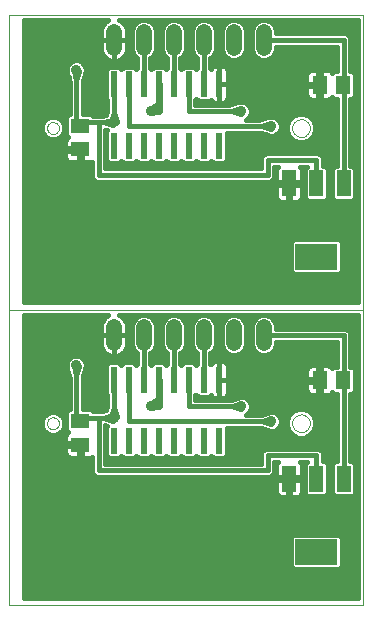
<source format=gbl>
G75*
G70*
%OFA0B0*%
%FSLAX24Y24*%
%IPPOS*%
%LPD*%
%AMOC8*
5,1,8,0,0,1.08239X$1,22.5*
%
%ADD10C,0.0000*%
%ADD11R,0.0480X0.0880*%
%ADD12R,0.1417X0.0866*%
%ADD13R,0.0236X0.0866*%
%ADD14C,0.0520*%
%ADD15R,0.0512X0.0630*%
%ADD16R,0.0630X0.0512*%
%ADD17C,0.0160*%
%ADD18C,0.0356*%
%ADD19C,0.0240*%
D10*
X000100Y007391D02*
X000100Y017233D01*
X000100Y027076D01*
X011911Y027076D01*
X011911Y017233D01*
X000100Y017233D01*
X011911Y017233D01*
X011911Y007391D01*
X000100Y007391D01*
X001375Y013456D02*
X001377Y013483D01*
X001383Y013510D01*
X001392Y013536D01*
X001405Y013560D01*
X001421Y013583D01*
X001440Y013602D01*
X001462Y013619D01*
X001486Y013633D01*
X001511Y013643D01*
X001538Y013650D01*
X001565Y013653D01*
X001593Y013652D01*
X001620Y013647D01*
X001646Y013639D01*
X001670Y013627D01*
X001693Y013611D01*
X001714Y013593D01*
X001731Y013572D01*
X001746Y013548D01*
X001757Y013523D01*
X001765Y013497D01*
X001769Y013470D01*
X001769Y013442D01*
X001765Y013415D01*
X001757Y013389D01*
X001746Y013364D01*
X001731Y013340D01*
X001714Y013319D01*
X001693Y013301D01*
X001671Y013285D01*
X001646Y013273D01*
X001620Y013265D01*
X001593Y013260D01*
X001565Y013259D01*
X001538Y013262D01*
X001511Y013269D01*
X001486Y013279D01*
X001462Y013293D01*
X001440Y013310D01*
X001421Y013329D01*
X001405Y013352D01*
X001392Y013376D01*
X001383Y013402D01*
X001377Y013429D01*
X001375Y013456D01*
X001375Y023298D02*
X001377Y023325D01*
X001383Y023352D01*
X001392Y023378D01*
X001405Y023402D01*
X001421Y023425D01*
X001440Y023444D01*
X001462Y023461D01*
X001486Y023475D01*
X001511Y023485D01*
X001538Y023492D01*
X001565Y023495D01*
X001593Y023494D01*
X001620Y023489D01*
X001646Y023481D01*
X001670Y023469D01*
X001693Y023453D01*
X001714Y023435D01*
X001731Y023414D01*
X001746Y023390D01*
X001757Y023365D01*
X001765Y023339D01*
X001769Y023312D01*
X001769Y023284D01*
X001765Y023257D01*
X001757Y023231D01*
X001746Y023206D01*
X001731Y023182D01*
X001714Y023161D01*
X001693Y023143D01*
X001671Y023127D01*
X001646Y023115D01*
X001620Y023107D01*
X001593Y023102D01*
X001565Y023101D01*
X001538Y023104D01*
X001511Y023111D01*
X001486Y023121D01*
X001462Y023135D01*
X001440Y023152D01*
X001421Y023171D01*
X001405Y023194D01*
X001392Y023218D01*
X001383Y023244D01*
X001377Y023271D01*
X001375Y023298D01*
X009545Y023298D02*
X009547Y023332D01*
X009553Y023366D01*
X009563Y023399D01*
X009576Y023430D01*
X009594Y023460D01*
X009614Y023488D01*
X009638Y023513D01*
X009664Y023535D01*
X009692Y023553D01*
X009723Y023569D01*
X009755Y023581D01*
X009789Y023589D01*
X009823Y023593D01*
X009857Y023593D01*
X009891Y023589D01*
X009925Y023581D01*
X009957Y023569D01*
X009987Y023553D01*
X010016Y023535D01*
X010042Y023513D01*
X010066Y023488D01*
X010086Y023460D01*
X010104Y023430D01*
X010117Y023399D01*
X010127Y023366D01*
X010133Y023332D01*
X010135Y023298D01*
X010133Y023264D01*
X010127Y023230D01*
X010117Y023197D01*
X010104Y023166D01*
X010086Y023136D01*
X010066Y023108D01*
X010042Y023083D01*
X010016Y023061D01*
X009988Y023043D01*
X009957Y023027D01*
X009925Y023015D01*
X009891Y023007D01*
X009857Y023003D01*
X009823Y023003D01*
X009789Y023007D01*
X009755Y023015D01*
X009723Y023027D01*
X009692Y023043D01*
X009664Y023061D01*
X009638Y023083D01*
X009614Y023108D01*
X009594Y023136D01*
X009576Y023166D01*
X009563Y023197D01*
X009553Y023230D01*
X009547Y023264D01*
X009545Y023298D01*
X009545Y013456D02*
X009547Y013490D01*
X009553Y013524D01*
X009563Y013557D01*
X009576Y013588D01*
X009594Y013618D01*
X009614Y013646D01*
X009638Y013671D01*
X009664Y013693D01*
X009692Y013711D01*
X009723Y013727D01*
X009755Y013739D01*
X009789Y013747D01*
X009823Y013751D01*
X009857Y013751D01*
X009891Y013747D01*
X009925Y013739D01*
X009957Y013727D01*
X009987Y013711D01*
X010016Y013693D01*
X010042Y013671D01*
X010066Y013646D01*
X010086Y013618D01*
X010104Y013588D01*
X010117Y013557D01*
X010127Y013524D01*
X010133Y013490D01*
X010135Y013456D01*
X010133Y013422D01*
X010127Y013388D01*
X010117Y013355D01*
X010104Y013324D01*
X010086Y013294D01*
X010066Y013266D01*
X010042Y013241D01*
X010016Y013219D01*
X009988Y013201D01*
X009957Y013185D01*
X009925Y013173D01*
X009891Y013165D01*
X009857Y013161D01*
X009823Y013161D01*
X009789Y013165D01*
X009755Y013173D01*
X009723Y013185D01*
X009692Y013201D01*
X009664Y013219D01*
X009638Y013241D01*
X009614Y013266D01*
X009594Y013294D01*
X009576Y013324D01*
X009563Y013355D01*
X009553Y013388D01*
X009547Y013422D01*
X009545Y013456D01*
D11*
X009440Y011611D03*
X010350Y011611D03*
X011260Y011611D03*
X011260Y021453D03*
X010350Y021453D03*
X009440Y021453D03*
D12*
X010350Y019013D03*
X010350Y009171D03*
D13*
X007100Y012867D03*
X006600Y012867D03*
X006100Y012867D03*
X005600Y012867D03*
X005100Y012867D03*
X004600Y012867D03*
X004100Y012867D03*
X003600Y012867D03*
X003600Y014914D03*
X004100Y014914D03*
X004600Y014914D03*
X005100Y014914D03*
X005600Y014914D03*
X006100Y014914D03*
X006600Y014914D03*
X007100Y014914D03*
X007100Y022710D03*
X006600Y022710D03*
X006100Y022710D03*
X005600Y022710D03*
X005100Y022710D03*
X004600Y022710D03*
X004100Y022710D03*
X003600Y022710D03*
X003600Y024757D03*
X004100Y024757D03*
X004600Y024757D03*
X005100Y024757D03*
X005600Y024757D03*
X006100Y024757D03*
X006600Y024757D03*
X007100Y024757D03*
D14*
X007600Y025973D02*
X007600Y026493D01*
X008600Y026493D02*
X008600Y025973D01*
X006600Y025973D02*
X006600Y026493D01*
X005600Y026493D02*
X005600Y025973D01*
X004600Y025973D02*
X004600Y026493D01*
X003600Y026493D02*
X003600Y025973D01*
X003600Y016651D02*
X003600Y016131D01*
X004600Y016131D02*
X004600Y016651D01*
X005600Y016651D02*
X005600Y016131D01*
X006600Y016131D02*
X006600Y016651D01*
X007600Y016651D02*
X007600Y016131D01*
X008600Y016131D02*
X008600Y016651D01*
D15*
X010456Y014891D03*
X011244Y014891D03*
X011244Y024733D03*
X010456Y024733D03*
D16*
X002475Y023377D03*
X002475Y022590D03*
X002475Y013534D03*
X002475Y012747D03*
D17*
X002427Y012780D02*
X000600Y012780D01*
X000600Y012938D02*
X001980Y012938D01*
X001980Y013027D02*
X001980Y012795D01*
X002427Y012795D01*
X002427Y012699D01*
X002523Y012699D01*
X002523Y012311D01*
X002814Y012311D01*
X002859Y012323D01*
X002880Y012335D01*
X002880Y011800D01*
X003009Y011671D01*
X008816Y011671D01*
X008945Y011800D01*
X008945Y012171D01*
X009065Y012171D01*
X009056Y012161D01*
X009032Y012120D01*
X009020Y012074D01*
X009020Y011651D01*
X009400Y011651D01*
X009400Y011571D01*
X009020Y011571D01*
X009020Y011147D01*
X009032Y011101D01*
X009056Y011060D01*
X009089Y011027D01*
X009131Y011003D01*
X009176Y010991D01*
X009400Y010991D01*
X009400Y011571D01*
X009480Y011571D01*
X009480Y011651D01*
X009860Y011651D01*
X009860Y012074D01*
X009848Y012120D01*
X009824Y012161D01*
X009815Y012171D01*
X010032Y012171D01*
X009970Y012109D01*
X009970Y011113D01*
X010052Y011031D01*
X010648Y011031D01*
X010730Y011113D01*
X010730Y012109D01*
X010648Y012191D01*
X010570Y012191D01*
X010570Y012482D01*
X010441Y012611D01*
X008634Y012611D01*
X008505Y012482D01*
X008505Y012111D01*
X003320Y012111D01*
X003320Y013390D01*
X003362Y013378D01*
X003342Y013358D01*
X003342Y012376D01*
X003424Y012294D01*
X003776Y012294D01*
X003850Y012368D01*
X003924Y012294D01*
X004276Y012294D01*
X004350Y012368D01*
X004424Y012294D01*
X004776Y012294D01*
X004850Y012368D01*
X004924Y012294D01*
X005276Y012294D01*
X005350Y012368D01*
X005424Y012294D01*
X005776Y012294D01*
X005850Y012368D01*
X005924Y012294D01*
X006276Y012294D01*
X006350Y012368D01*
X006424Y012294D01*
X006776Y012294D01*
X006850Y012368D01*
X006924Y012294D01*
X007276Y012294D01*
X007358Y012376D01*
X007358Y013296D01*
X008439Y013296D01*
X008469Y013279D01*
X008496Y013287D01*
X008740Y013216D01*
X008745Y013215D01*
X008787Y013198D01*
X008805Y013198D01*
X008849Y013185D01*
X008849Y013185D01*
X008849Y013185D01*
X008873Y013198D01*
X008913Y013198D01*
X009030Y013246D01*
X009120Y013336D01*
X009168Y013452D01*
X009168Y013579D01*
X009120Y013696D01*
X009030Y013785D01*
X008913Y013834D01*
X008873Y013834D01*
X008849Y013847D01*
X008805Y013834D01*
X008787Y013834D01*
X008745Y013816D01*
X008730Y013812D01*
X008496Y013745D01*
X008469Y013752D01*
X008439Y013736D01*
X008005Y013736D01*
X008030Y013746D01*
X008120Y013836D01*
X008168Y013952D01*
X008168Y014079D01*
X008120Y014196D01*
X008030Y014285D01*
X007913Y014334D01*
X007873Y014334D01*
X007849Y014347D01*
X007805Y014334D01*
X007787Y014334D01*
X007745Y014316D01*
X007730Y014312D01*
X007496Y014245D01*
X007469Y014252D01*
X007439Y014236D01*
X006320Y014236D01*
X006320Y014385D01*
X006350Y014415D01*
X006424Y014341D01*
X006776Y014341D01*
X006826Y014391D01*
X006838Y014371D01*
X006871Y014337D01*
X006912Y014314D01*
X006958Y014301D01*
X007100Y014301D01*
X007242Y014301D01*
X007288Y014314D01*
X007329Y014337D01*
X007362Y014371D01*
X007386Y014412D01*
X007398Y014458D01*
X007398Y014914D01*
X007100Y014914D01*
X007100Y014301D01*
X007100Y014914D01*
X007100Y014914D01*
X007100Y014914D01*
X007398Y014914D01*
X007398Y015371D01*
X007386Y015417D01*
X007362Y015458D01*
X007329Y015491D01*
X007288Y015515D01*
X007242Y015527D01*
X007100Y015527D01*
X006958Y015527D01*
X006912Y015515D01*
X006871Y015491D01*
X006838Y015458D01*
X006826Y015438D01*
X006820Y015444D01*
X006820Y015789D01*
X006827Y015792D01*
X006939Y015904D01*
X007000Y016051D01*
X007000Y016730D01*
X006939Y016877D01*
X006827Y016990D01*
X006680Y017051D01*
X006520Y017051D01*
X006373Y016990D01*
X006261Y016877D01*
X006200Y016730D01*
X006200Y016051D01*
X006261Y015904D01*
X006373Y015792D01*
X006380Y015789D01*
X006380Y015444D01*
X006350Y015414D01*
X006276Y015487D01*
X005924Y015487D01*
X005850Y015414D01*
X005820Y015444D01*
X005820Y015789D01*
X005827Y015792D01*
X005939Y015904D01*
X006000Y016051D01*
X006000Y016730D01*
X005939Y016877D01*
X005827Y016990D01*
X005680Y017051D01*
X005520Y017051D01*
X005373Y016990D01*
X005261Y016877D01*
X005200Y016730D01*
X005200Y016051D01*
X005261Y015904D01*
X005373Y015792D01*
X005380Y015789D01*
X005380Y015444D01*
X005350Y015414D01*
X005276Y015487D01*
X004924Y015487D01*
X004850Y015414D01*
X004820Y015444D01*
X004820Y015789D01*
X004827Y015792D01*
X004939Y015904D01*
X005000Y016051D01*
X005000Y016730D01*
X004939Y016877D01*
X004827Y016990D01*
X004680Y017051D01*
X004520Y017051D01*
X004373Y016990D01*
X004261Y016877D01*
X004200Y016730D01*
X004200Y016051D01*
X004261Y015904D01*
X004373Y015792D01*
X004380Y015789D01*
X004380Y015444D01*
X004350Y015414D01*
X004276Y015487D01*
X003924Y015487D01*
X003850Y015414D01*
X003776Y015487D01*
X003424Y015487D01*
X003342Y015405D01*
X003342Y014423D01*
X003380Y014385D01*
X003380Y014052D01*
X003363Y014022D01*
X003371Y013995D01*
X003343Y013898D01*
X003246Y013870D01*
X003219Y013877D01*
X003189Y013861D01*
X002918Y013861D01*
X002848Y013930D01*
X002570Y013930D01*
X002570Y014980D01*
X002587Y015010D01*
X002579Y015036D01*
X002646Y015270D01*
X002651Y015286D01*
X002668Y015327D01*
X002668Y015346D01*
X002681Y015390D01*
X002681Y015390D01*
X002681Y015390D01*
X002668Y015413D01*
X002668Y015454D01*
X002620Y015571D01*
X002530Y015660D01*
X002413Y015709D01*
X002287Y015709D01*
X002170Y015660D01*
X002080Y015571D01*
X002032Y015454D01*
X002032Y015413D01*
X002019Y015390D01*
X002032Y015346D01*
X002032Y015327D01*
X002049Y015286D01*
X002051Y015281D01*
X002121Y015036D01*
X002113Y015010D01*
X002130Y014980D01*
X002130Y013930D01*
X002102Y013930D01*
X002020Y013848D01*
X002020Y013221D01*
X002077Y013163D01*
X002050Y013147D01*
X002016Y013113D01*
X001992Y013072D01*
X001980Y013027D01*
X002006Y013097D02*
X001691Y013097D01*
X001647Y013079D02*
X001786Y013136D01*
X001892Y013242D01*
X001949Y013381D01*
X001949Y013531D01*
X001892Y013669D01*
X001786Y013775D01*
X001647Y013833D01*
X001497Y013833D01*
X001359Y013775D01*
X001253Y013669D01*
X001196Y013531D01*
X001196Y013381D01*
X001253Y013242D01*
X001359Y013136D01*
X001497Y013079D01*
X001647Y013079D01*
X001454Y013097D02*
X000600Y013097D01*
X000600Y013255D02*
X001248Y013255D01*
X001196Y013414D02*
X000600Y013414D01*
X000600Y013572D02*
X001213Y013572D01*
X001315Y013731D02*
X000600Y013731D01*
X000600Y013889D02*
X002061Y013889D01*
X002020Y013731D02*
X001830Y013731D01*
X001932Y013572D02*
X002020Y013572D01*
X002020Y013414D02*
X001949Y013414D01*
X001897Y013255D02*
X002020Y013255D01*
X001980Y012699D02*
X001980Y012467D01*
X001992Y012422D01*
X002016Y012381D01*
X002050Y012347D01*
X002091Y012323D01*
X002136Y012311D01*
X002427Y012311D01*
X002427Y012699D01*
X001980Y012699D01*
X001980Y012621D02*
X000600Y012621D01*
X000600Y012463D02*
X001981Y012463D01*
X002427Y012463D02*
X002523Y012463D01*
X002523Y012621D02*
X002427Y012621D01*
X002880Y012304D02*
X000600Y012304D01*
X000600Y012146D02*
X002880Y012146D01*
X002880Y011987D02*
X000600Y011987D01*
X000600Y011829D02*
X002880Y011829D01*
X003100Y011891D02*
X008725Y011891D01*
X008725Y012391D01*
X010350Y012391D01*
X010350Y011611D01*
X010693Y012146D02*
X010917Y012146D01*
X010880Y012109D02*
X010880Y011113D01*
X010962Y011031D01*
X011558Y011031D01*
X011640Y011113D01*
X011640Y012109D01*
X011558Y012191D01*
X011480Y012191D01*
X011480Y014436D01*
X011558Y014436D01*
X011640Y014518D01*
X011640Y015264D01*
X011558Y015346D01*
X011480Y015346D01*
X011480Y016482D01*
X011351Y016611D01*
X009000Y016611D01*
X009000Y016730D01*
X008939Y016877D01*
X008827Y016990D01*
X008680Y017051D01*
X008520Y017051D01*
X008373Y016990D01*
X008261Y016877D01*
X008200Y016730D01*
X008200Y016051D01*
X008261Y015904D01*
X008373Y015792D01*
X008520Y015731D01*
X008680Y015731D01*
X008827Y015792D01*
X008939Y015904D01*
X009000Y016051D01*
X009000Y016171D01*
X011040Y016171D01*
X011040Y015346D01*
X010930Y015346D01*
X010872Y015288D01*
X010856Y015316D01*
X010823Y015350D01*
X010782Y015373D01*
X010736Y015386D01*
X010504Y015386D01*
X010504Y014939D01*
X010408Y014939D01*
X010408Y014843D01*
X010020Y014843D01*
X010020Y014552D01*
X010033Y014506D01*
X010056Y014465D01*
X010090Y014432D01*
X010131Y014408D01*
X010177Y014396D01*
X010408Y014396D01*
X010408Y014843D01*
X010504Y014843D01*
X010504Y014396D01*
X010736Y014396D01*
X010782Y014408D01*
X010823Y014432D01*
X010856Y014465D01*
X010872Y014493D01*
X010930Y014436D01*
X011040Y014436D01*
X011040Y012191D01*
X010962Y012191D01*
X010880Y012109D01*
X010880Y011987D02*
X010730Y011987D01*
X010730Y011829D02*
X010880Y011829D01*
X010880Y011670D02*
X010730Y011670D01*
X010730Y011512D02*
X010880Y011512D01*
X010880Y011353D02*
X010730Y011353D01*
X010730Y011195D02*
X010880Y011195D01*
X010957Y011036D02*
X010653Y011036D01*
X011117Y009744D02*
X009583Y009744D01*
X009501Y009662D01*
X009501Y008680D01*
X009583Y008598D01*
X011117Y008598D01*
X011199Y008680D01*
X011199Y009662D01*
X011117Y009744D01*
X011199Y009610D02*
X011731Y009610D01*
X011731Y009768D02*
X000600Y009768D01*
X000600Y009610D02*
X009501Y009610D01*
X009501Y009451D02*
X000600Y009451D01*
X000600Y009293D02*
X009501Y009293D01*
X009501Y009134D02*
X000600Y009134D01*
X000600Y008976D02*
X009501Y008976D01*
X009501Y008817D02*
X000600Y008817D01*
X000600Y008659D02*
X009522Y008659D01*
X009480Y010991D02*
X009704Y010991D01*
X009749Y011003D01*
X009791Y011027D01*
X009824Y011060D01*
X009848Y011101D01*
X009860Y011147D01*
X009860Y011571D01*
X009480Y011571D01*
X009480Y010991D01*
X009480Y011036D02*
X009400Y011036D01*
X009400Y011195D02*
X009480Y011195D01*
X009480Y011353D02*
X009400Y011353D01*
X009400Y011512D02*
X009480Y011512D01*
X009860Y011512D02*
X009970Y011512D01*
X009970Y011670D02*
X009860Y011670D01*
X009860Y011829D02*
X009970Y011829D01*
X009970Y011987D02*
X009860Y011987D01*
X009833Y012146D02*
X010007Y012146D01*
X009970Y011353D02*
X009860Y011353D01*
X009860Y011195D02*
X009970Y011195D01*
X010047Y011036D02*
X009800Y011036D01*
X009080Y011036D02*
X000600Y011036D01*
X000600Y010878D02*
X011731Y010878D01*
X011731Y011036D02*
X011563Y011036D01*
X011640Y011195D02*
X011731Y011195D01*
X011731Y011353D02*
X011640Y011353D01*
X011640Y011512D02*
X011731Y011512D01*
X011731Y011670D02*
X011640Y011670D01*
X011640Y011829D02*
X011731Y011829D01*
X011731Y011987D02*
X011640Y011987D01*
X011603Y012146D02*
X011731Y012146D01*
X011731Y012304D02*
X011480Y012304D01*
X011480Y012463D02*
X011731Y012463D01*
X011731Y012621D02*
X011480Y012621D01*
X011480Y012780D02*
X011731Y012780D01*
X011731Y012938D02*
X011480Y012938D01*
X011480Y013097D02*
X011731Y013097D01*
X011731Y013255D02*
X011480Y013255D01*
X011480Y013414D02*
X011731Y013414D01*
X011731Y013572D02*
X011480Y013572D01*
X011480Y013731D02*
X011731Y013731D01*
X011731Y013889D02*
X011480Y013889D01*
X011480Y014048D02*
X011731Y014048D01*
X011731Y014206D02*
X011480Y014206D01*
X011480Y014365D02*
X011731Y014365D01*
X011731Y014523D02*
X011640Y014523D01*
X011640Y014682D02*
X011731Y014682D01*
X011731Y014840D02*
X011640Y014840D01*
X011640Y014999D02*
X011731Y014999D01*
X011731Y015157D02*
X011640Y015157D01*
X011588Y015316D02*
X011731Y015316D01*
X011731Y015474D02*
X011480Y015474D01*
X011480Y015633D02*
X011731Y015633D01*
X011731Y015791D02*
X011480Y015791D01*
X011480Y015950D02*
X011731Y015950D01*
X011731Y016108D02*
X011480Y016108D01*
X011480Y016267D02*
X011731Y016267D01*
X011731Y016425D02*
X011480Y016425D01*
X011378Y016584D02*
X011731Y016584D01*
X011731Y016742D02*
X008995Y016742D01*
X008916Y016901D02*
X011731Y016901D01*
X011731Y017053D02*
X011731Y007641D01*
X000600Y007641D01*
X000600Y017053D01*
X003421Y017053D01*
X003369Y017027D01*
X003313Y016986D01*
X003264Y016937D01*
X003224Y016881D01*
X003192Y016820D01*
X003171Y016754D01*
X003160Y016685D01*
X003160Y016391D01*
X003600Y016391D01*
X003600Y016391D01*
X004040Y016391D01*
X004040Y016685D01*
X004029Y016754D01*
X004008Y016820D01*
X003976Y016881D01*
X003936Y016937D01*
X003887Y016986D01*
X003831Y017027D01*
X003779Y017053D01*
X011731Y017053D01*
X011731Y017483D02*
X000600Y017483D01*
X000600Y026896D01*
X003421Y026896D01*
X003369Y026870D01*
X003313Y026829D01*
X003264Y026780D01*
X003224Y026724D01*
X003192Y026662D01*
X003171Y026596D01*
X003160Y026528D01*
X003160Y026233D01*
X003160Y025939D01*
X003171Y025870D01*
X003192Y025804D01*
X003224Y025743D01*
X003264Y025687D01*
X003313Y025638D01*
X003369Y025597D01*
X003431Y025566D01*
X003497Y025544D01*
X003565Y025533D01*
X003600Y025533D01*
X003635Y025533D01*
X003703Y025544D01*
X003769Y025566D01*
X003831Y025597D01*
X003887Y025638D01*
X003936Y025687D01*
X003976Y025743D01*
X004008Y025804D01*
X004029Y025870D01*
X004040Y025939D01*
X004040Y026233D01*
X003600Y026233D01*
X003600Y025533D01*
X003600Y026233D01*
X003600Y026233D01*
X003160Y026233D01*
X003600Y026233D01*
X003600Y026233D01*
X003600Y026233D01*
X004040Y026233D01*
X004040Y026528D01*
X004029Y026596D01*
X004008Y026662D01*
X003976Y026724D01*
X003936Y026780D01*
X003887Y026829D01*
X003831Y026870D01*
X003779Y026896D01*
X011731Y026896D01*
X011731Y017483D01*
X011731Y017535D02*
X000600Y017535D01*
X000600Y017693D02*
X011731Y017693D01*
X011731Y017852D02*
X000600Y017852D01*
X000600Y018010D02*
X011731Y018010D01*
X011731Y018169D02*
X000600Y018169D01*
X000600Y018327D02*
X011731Y018327D01*
X011731Y018486D02*
X011162Y018486D01*
X011199Y018522D02*
X011117Y018440D01*
X009583Y018440D01*
X009501Y018522D01*
X009501Y019504D01*
X009583Y019586D01*
X011117Y019586D01*
X011199Y019504D01*
X011199Y018522D01*
X011199Y018644D02*
X011731Y018644D01*
X011731Y018803D02*
X011199Y018803D01*
X011199Y018961D02*
X011731Y018961D01*
X011731Y019120D02*
X011199Y019120D01*
X011199Y019278D02*
X011731Y019278D01*
X011731Y019437D02*
X011199Y019437D01*
X011731Y019595D02*
X000600Y019595D01*
X000600Y019437D02*
X009501Y019437D01*
X009501Y019278D02*
X000600Y019278D01*
X000600Y019120D02*
X009501Y019120D01*
X009501Y018961D02*
X000600Y018961D01*
X000600Y018803D02*
X009501Y018803D01*
X009501Y018644D02*
X000600Y018644D01*
X000600Y018486D02*
X009538Y018486D01*
X008600Y016391D02*
X011260Y016391D01*
X011260Y015016D01*
X011260Y014891D01*
X011244Y014891D01*
X011260Y014891D02*
X011260Y011611D01*
X011040Y012304D02*
X010570Y012304D01*
X010570Y012463D02*
X011040Y012463D01*
X011040Y012621D02*
X007358Y012621D01*
X007358Y012463D02*
X008505Y012463D01*
X008505Y012304D02*
X007286Y012304D01*
X007358Y012780D02*
X011040Y012780D01*
X011040Y012938D02*
X007358Y012938D01*
X007358Y013097D02*
X009527Y013097D01*
X009571Y013053D02*
X009746Y012980D01*
X009935Y012980D01*
X010109Y013053D01*
X010243Y013186D01*
X010315Y013361D01*
X010315Y013550D01*
X010243Y013725D01*
X010109Y013859D01*
X009935Y013931D01*
X009746Y013931D01*
X009571Y013859D01*
X009437Y013725D01*
X009365Y013550D01*
X009365Y013361D01*
X009437Y013186D01*
X009571Y013053D01*
X009409Y013255D02*
X009039Y013255D01*
X009152Y013414D02*
X009365Y013414D01*
X009374Y013572D02*
X009168Y013572D01*
X009085Y013731D02*
X009443Y013731D01*
X009645Y013889D02*
X008142Y013889D01*
X008168Y014048D02*
X011040Y014048D01*
X011040Y014206D02*
X008109Y014206D01*
X007849Y014347D02*
X007849Y014347D01*
X007849Y014347D01*
X007823Y014110D02*
X007850Y014016D01*
X007823Y013921D01*
X007496Y014016D01*
X007823Y014110D01*
X007850Y014016D02*
X007496Y014016D01*
X006100Y014016D01*
X006100Y014914D01*
X005911Y015474D02*
X005820Y015474D01*
X005820Y015633D02*
X006380Y015633D01*
X006374Y015791D02*
X005826Y015791D01*
X005958Y015950D02*
X006242Y015950D01*
X006200Y016108D02*
X006000Y016108D01*
X006000Y016267D02*
X006200Y016267D01*
X006200Y016425D02*
X006000Y016425D01*
X006000Y016584D02*
X006200Y016584D01*
X006205Y016742D02*
X005995Y016742D01*
X005916Y016901D02*
X006284Y016901D01*
X006600Y016391D02*
X006600Y014914D01*
X006800Y014365D02*
X006844Y014365D01*
X007100Y014365D02*
X007100Y014365D01*
X007100Y014523D02*
X007100Y014523D01*
X007100Y014682D02*
X007100Y014682D01*
X007100Y014840D02*
X007100Y014840D01*
X007100Y014914D02*
X007100Y015527D01*
X007100Y014914D01*
X007100Y014914D01*
X007100Y014999D02*
X007100Y014999D01*
X007100Y015157D02*
X007100Y015157D01*
X007100Y015316D02*
X007100Y015316D01*
X007100Y015474D02*
X007100Y015474D01*
X007346Y015474D02*
X011040Y015474D01*
X011040Y015633D02*
X006820Y015633D01*
X006826Y015791D02*
X007374Y015791D01*
X007373Y015792D02*
X007520Y015731D01*
X007680Y015731D01*
X007827Y015792D01*
X007939Y015904D01*
X008000Y016051D01*
X008000Y016730D01*
X007939Y016877D01*
X007827Y016990D01*
X007680Y017051D01*
X007520Y017051D01*
X007373Y016990D01*
X007261Y016877D01*
X007200Y016730D01*
X007200Y016051D01*
X007261Y015904D01*
X007373Y015792D01*
X007242Y015950D02*
X006958Y015950D01*
X007000Y016108D02*
X007200Y016108D01*
X007200Y016267D02*
X007000Y016267D01*
X007000Y016425D02*
X007200Y016425D01*
X007200Y016584D02*
X007000Y016584D01*
X006995Y016742D02*
X007205Y016742D01*
X007284Y016901D02*
X006916Y016901D01*
X006854Y015474D02*
X006820Y015474D01*
X006380Y015474D02*
X006289Y015474D01*
X006320Y014365D02*
X006400Y014365D01*
X005600Y014914D02*
X005600Y016391D01*
X005374Y015791D02*
X004826Y015791D01*
X004820Y015633D02*
X005380Y015633D01*
X005380Y015474D02*
X005289Y015474D01*
X005242Y015950D02*
X004958Y015950D01*
X005000Y016108D02*
X005200Y016108D01*
X005200Y016267D02*
X005000Y016267D01*
X005000Y016425D02*
X005200Y016425D01*
X005200Y016584D02*
X005000Y016584D01*
X004995Y016742D02*
X005205Y016742D01*
X005284Y016901D02*
X004916Y016901D01*
X004600Y016391D02*
X004600Y014914D01*
X004820Y015474D02*
X004911Y015474D01*
X004380Y015474D02*
X004289Y015474D01*
X004380Y015633D02*
X002558Y015633D01*
X002660Y015474D02*
X003411Y015474D01*
X003342Y015316D02*
X002663Y015316D01*
X002614Y015157D02*
X003342Y015157D01*
X003342Y014999D02*
X002581Y014999D01*
X002570Y014840D02*
X003342Y014840D01*
X003342Y014682D02*
X002570Y014682D01*
X002570Y014523D02*
X003342Y014523D01*
X003380Y014365D02*
X002570Y014365D01*
X002570Y014206D02*
X003380Y014206D01*
X003378Y014048D02*
X002570Y014048D01*
X002475Y013641D02*
X002475Y013534D01*
X002475Y013641D02*
X002350Y013641D01*
X002350Y015036D01*
X002256Y015364D01*
X002350Y015391D01*
X002444Y015364D01*
X002350Y015036D01*
X002350Y015391D01*
X002142Y015633D02*
X000600Y015633D01*
X000600Y015791D02*
X003319Y015791D01*
X003313Y015795D02*
X003369Y015754D01*
X003431Y015723D01*
X003497Y015702D01*
X003565Y015691D01*
X003600Y015691D01*
X003600Y016391D01*
X003600Y016391D01*
X003160Y016391D01*
X003160Y016096D01*
X003171Y016028D01*
X003192Y015962D01*
X003224Y015900D01*
X003264Y015844D01*
X003313Y015795D01*
X003198Y015950D02*
X000600Y015950D01*
X000600Y016108D02*
X003160Y016108D01*
X003160Y016267D02*
X000600Y016267D01*
X000600Y016425D02*
X003160Y016425D01*
X003160Y016584D02*
X000600Y016584D01*
X000600Y016742D02*
X003169Y016742D01*
X003238Y016901D02*
X000600Y016901D01*
X000600Y015474D02*
X002040Y015474D01*
X002019Y015390D02*
X002019Y015390D01*
X002019Y015390D01*
X002037Y015316D02*
X000600Y015316D01*
X000600Y015157D02*
X002086Y015157D01*
X002119Y014999D02*
X000600Y014999D01*
X000600Y014840D02*
X002130Y014840D01*
X002130Y014682D02*
X000600Y014682D01*
X000600Y014523D02*
X002130Y014523D01*
X002130Y014365D02*
X000600Y014365D01*
X000600Y014206D02*
X002130Y014206D01*
X002130Y014048D02*
X000600Y014048D01*
X000600Y011670D02*
X009020Y011670D01*
X009020Y011512D02*
X000600Y011512D01*
X000600Y011353D02*
X009020Y011353D01*
X009020Y011195D02*
X000600Y011195D01*
X000600Y010719D02*
X011731Y010719D01*
X011731Y010561D02*
X000600Y010561D01*
X000600Y010402D02*
X011731Y010402D01*
X011731Y010244D02*
X000600Y010244D01*
X000600Y010085D02*
X011731Y010085D01*
X011731Y009927D02*
X000600Y009927D01*
X000600Y008500D02*
X011731Y008500D01*
X011731Y008342D02*
X000600Y008342D01*
X000600Y008183D02*
X011731Y008183D01*
X011731Y008025D02*
X000600Y008025D01*
X000600Y007866D02*
X011731Y007866D01*
X011731Y007708D02*
X000600Y007708D01*
X003100Y011891D02*
X003100Y013641D01*
X002475Y013641D01*
X002889Y013889D02*
X003314Y013889D01*
X003246Y013641D02*
X003573Y013735D01*
X003600Y013641D01*
X003573Y013546D01*
X003246Y013641D01*
X003100Y013641D01*
X003246Y013641D02*
X003600Y013641D01*
X003694Y013668D01*
X003600Y013995D01*
X003506Y013668D01*
X003600Y013641D01*
X003600Y013995D01*
X003600Y014914D01*
X003789Y015474D02*
X003911Y015474D01*
X003769Y015723D02*
X003831Y015754D01*
X003887Y015795D01*
X003936Y015844D01*
X003976Y015900D01*
X004008Y015962D01*
X004029Y016028D01*
X004040Y016096D01*
X004040Y016391D01*
X003600Y016391D01*
X003600Y015691D01*
X003635Y015691D01*
X003703Y015702D01*
X003769Y015723D01*
X003881Y015791D02*
X004374Y015791D01*
X004242Y015950D02*
X004002Y015950D01*
X004040Y016108D02*
X004200Y016108D01*
X004200Y016267D02*
X004040Y016267D01*
X004040Y016425D02*
X004200Y016425D01*
X004200Y016584D02*
X004040Y016584D01*
X004031Y016742D02*
X004205Y016742D01*
X004284Y016901D02*
X003962Y016901D01*
X003600Y016391D02*
X003600Y016391D01*
X003600Y016267D02*
X003600Y016267D01*
X003600Y016108D02*
X003600Y016108D01*
X003600Y015950D02*
X003600Y015950D01*
X003600Y015791D02*
X003600Y015791D01*
X004100Y014914D02*
X004100Y013516D01*
X008496Y013516D01*
X008823Y013610D01*
X008850Y013516D01*
X008823Y013421D01*
X008496Y013516D01*
X008850Y013516D01*
X008849Y013847D02*
X008849Y013847D01*
X008849Y013847D01*
X008605Y013255D02*
X007358Y013255D01*
X006914Y012304D02*
X006786Y012304D01*
X006414Y012304D02*
X006286Y012304D01*
X005914Y012304D02*
X005786Y012304D01*
X005414Y012304D02*
X005286Y012304D01*
X004914Y012304D02*
X004786Y012304D01*
X004414Y012304D02*
X004286Y012304D01*
X003914Y012304D02*
X003786Y012304D01*
X003414Y012304D02*
X003320Y012304D01*
X003320Y012146D02*
X008505Y012146D01*
X008945Y012146D02*
X009047Y012146D01*
X009020Y011987D02*
X008945Y011987D01*
X008945Y011829D02*
X009020Y011829D01*
X010035Y013889D02*
X011040Y013889D01*
X011040Y013731D02*
X010237Y013731D01*
X010306Y013572D02*
X011040Y013572D01*
X011040Y013414D02*
X010315Y013414D01*
X010272Y013255D02*
X011040Y013255D01*
X011040Y013097D02*
X010153Y013097D01*
X010028Y014523D02*
X007398Y014523D01*
X007398Y014682D02*
X010020Y014682D01*
X010020Y014840D02*
X007398Y014840D01*
X007398Y014999D02*
X010020Y014999D01*
X010020Y014939D02*
X010408Y014939D01*
X010408Y015386D01*
X010177Y015386D01*
X010131Y015373D01*
X010090Y015350D01*
X010056Y015316D01*
X007398Y015316D01*
X007398Y015157D02*
X010020Y015157D01*
X010020Y015229D02*
X010020Y014939D01*
X010020Y015229D02*
X010033Y015275D01*
X010056Y015316D01*
X010408Y015316D02*
X010504Y015316D01*
X010504Y015157D02*
X010408Y015157D01*
X010408Y014999D02*
X010504Y014999D01*
X010504Y014840D02*
X010408Y014840D01*
X010408Y014682D02*
X010504Y014682D01*
X010504Y014523D02*
X010408Y014523D01*
X010857Y015316D02*
X010900Y015316D01*
X011040Y015791D02*
X008826Y015791D01*
X008958Y015950D02*
X011040Y015950D01*
X011040Y016108D02*
X009000Y016108D01*
X008374Y015791D02*
X007826Y015791D01*
X007958Y015950D02*
X008242Y015950D01*
X008200Y016108D02*
X008000Y016108D01*
X008000Y016267D02*
X008200Y016267D01*
X008200Y016425D02*
X008000Y016425D01*
X008000Y016584D02*
X008200Y016584D01*
X008205Y016742D02*
X007995Y016742D01*
X007916Y016901D02*
X008284Y016901D01*
X007356Y014365D02*
X011040Y014365D01*
X011199Y009451D02*
X011731Y009451D01*
X011731Y009293D02*
X011199Y009293D01*
X011199Y009134D02*
X011731Y009134D01*
X011731Y008976D02*
X011199Y008976D01*
X011199Y008817D02*
X011731Y008817D01*
X011731Y008659D02*
X011178Y008659D01*
X011731Y019754D02*
X000600Y019754D01*
X000600Y019912D02*
X011731Y019912D01*
X011731Y020071D02*
X000600Y020071D01*
X000600Y020229D02*
X011731Y020229D01*
X011731Y020388D02*
X000600Y020388D01*
X000600Y020546D02*
X011731Y020546D01*
X011731Y020705D02*
X000600Y020705D01*
X000600Y020863D02*
X009100Y020863D01*
X009089Y020869D02*
X009131Y020846D01*
X009176Y020833D01*
X009400Y020833D01*
X009400Y021413D01*
X009480Y021413D01*
X009480Y020833D01*
X009704Y020833D01*
X009749Y020846D01*
X009791Y020869D01*
X009824Y020903D01*
X009848Y020944D01*
X009860Y020990D01*
X009860Y021413D01*
X009480Y021413D01*
X009480Y021493D01*
X009860Y021493D01*
X009860Y021917D01*
X009848Y021963D01*
X009824Y022004D01*
X009815Y022013D01*
X010032Y022013D01*
X009970Y021951D01*
X009970Y020955D01*
X010052Y020873D01*
X010648Y020873D01*
X010730Y020955D01*
X010730Y021951D01*
X010648Y022033D01*
X010570Y022033D01*
X010570Y022324D01*
X010441Y022453D01*
X008634Y022453D01*
X008505Y022324D01*
X008505Y021953D01*
X003320Y021953D01*
X003320Y023233D01*
X003362Y023221D01*
X003342Y023201D01*
X003342Y022219D01*
X003424Y022137D01*
X003776Y022137D01*
X003850Y022210D01*
X003924Y022137D01*
X004276Y022137D01*
X004350Y022210D01*
X004424Y022137D01*
X004776Y022137D01*
X004850Y022210D01*
X004924Y022137D01*
X005276Y022137D01*
X005350Y022210D01*
X005424Y022137D01*
X005776Y022137D01*
X005850Y022210D01*
X005924Y022137D01*
X006276Y022137D01*
X006350Y022210D01*
X006424Y022137D01*
X006776Y022137D01*
X006850Y022210D01*
X006924Y022137D01*
X007276Y022137D01*
X007358Y022219D01*
X007358Y023138D01*
X008439Y023138D01*
X008469Y023122D01*
X008496Y023129D01*
X008740Y023059D01*
X008745Y023058D01*
X008787Y023040D01*
X008805Y023040D01*
X008849Y023027D01*
X008849Y023027D01*
X008873Y023040D01*
X008913Y023040D01*
X009030Y023089D01*
X009120Y023178D01*
X009168Y023295D01*
X009168Y023422D01*
X009120Y023538D01*
X009030Y023628D01*
X008913Y023676D01*
X008873Y023676D01*
X008849Y023689D01*
X008805Y023676D01*
X008787Y023676D01*
X008745Y023659D01*
X008730Y023655D01*
X008496Y023587D01*
X008469Y023595D01*
X008439Y023578D01*
X008005Y023578D01*
X008030Y023589D01*
X008120Y023678D01*
X008168Y023795D01*
X008168Y023922D01*
X008120Y024038D01*
X008030Y024128D01*
X007913Y024176D01*
X007873Y024176D01*
X007849Y024189D01*
X007805Y024176D01*
X007787Y024176D01*
X007745Y024159D01*
X007730Y024155D01*
X007496Y024087D01*
X007469Y024095D01*
X007439Y024078D01*
X006320Y024078D01*
X006320Y024228D01*
X006350Y024258D01*
X006424Y024184D01*
X006776Y024184D01*
X006826Y024234D01*
X006838Y024213D01*
X006871Y024180D01*
X006912Y024156D01*
X006958Y024144D01*
X007100Y024144D01*
X007242Y024144D01*
X007288Y024156D01*
X007329Y024180D01*
X007362Y024213D01*
X007386Y024254D01*
X007398Y024300D01*
X007398Y024757D01*
X007398Y025214D01*
X007386Y025259D01*
X007362Y025300D01*
X007329Y025334D01*
X007288Y025358D01*
X007242Y025370D01*
X007100Y025370D01*
X006958Y025370D01*
X006912Y025358D01*
X006871Y025334D01*
X006838Y025300D01*
X006826Y025280D01*
X006820Y025286D01*
X006820Y025631D01*
X006827Y025634D01*
X006939Y025747D01*
X007000Y025894D01*
X007000Y026573D01*
X006939Y026720D01*
X006827Y026832D01*
X006680Y026893D01*
X006520Y026893D01*
X006373Y026832D01*
X006261Y026720D01*
X006200Y026573D01*
X006200Y025894D01*
X006261Y025747D01*
X006373Y025634D01*
X006380Y025631D01*
X006380Y025286D01*
X006350Y025256D01*
X006276Y025330D01*
X005924Y025330D01*
X005850Y025256D01*
X005820Y025286D01*
X005820Y025631D01*
X005827Y025634D01*
X005939Y025747D01*
X006000Y025894D01*
X006000Y026573D01*
X005939Y026720D01*
X005827Y026832D01*
X005680Y026893D01*
X005520Y026893D01*
X005373Y026832D01*
X005261Y026720D01*
X005200Y026573D01*
X005200Y025894D01*
X005261Y025747D01*
X005373Y025634D01*
X005380Y025631D01*
X005380Y025286D01*
X005350Y025256D01*
X005276Y025330D01*
X004924Y025330D01*
X004850Y025256D01*
X004820Y025286D01*
X004820Y025631D01*
X004827Y025634D01*
X004939Y025747D01*
X005000Y025894D01*
X005000Y026573D01*
X004939Y026720D01*
X004827Y026832D01*
X004680Y026893D01*
X004520Y026893D01*
X004373Y026832D01*
X004261Y026720D01*
X004200Y026573D01*
X004200Y025894D01*
X004261Y025747D01*
X004373Y025634D01*
X004380Y025631D01*
X004380Y025286D01*
X004350Y025256D01*
X004276Y025330D01*
X003924Y025330D01*
X003850Y025256D01*
X003776Y025330D01*
X003424Y025330D01*
X003342Y025248D01*
X003342Y024266D01*
X003380Y024228D01*
X003380Y023894D01*
X003363Y023864D01*
X003371Y023838D01*
X003343Y023740D01*
X003246Y023712D01*
X003219Y023720D01*
X003189Y023703D01*
X002918Y023703D01*
X002848Y023773D01*
X002570Y023773D01*
X002570Y024822D01*
X002587Y024852D01*
X002579Y024879D01*
X002646Y025113D01*
X002651Y025128D01*
X002668Y025170D01*
X002668Y025188D01*
X002681Y025233D01*
X002668Y025256D01*
X002668Y025297D01*
X002620Y025413D01*
X002530Y025503D01*
X002413Y025551D01*
X002287Y025551D01*
X002170Y025503D01*
X002080Y025413D01*
X002032Y025297D01*
X002032Y025256D01*
X002019Y025233D01*
X002019Y025233D01*
X002019Y025233D01*
X002032Y025188D01*
X002032Y025170D01*
X002049Y025128D01*
X002051Y025123D01*
X002121Y024879D01*
X002113Y024852D01*
X002130Y024822D01*
X002130Y023773D01*
X002102Y023773D01*
X002020Y023691D01*
X002020Y023063D01*
X002077Y023006D01*
X002050Y022990D01*
X002016Y022956D01*
X001992Y022915D01*
X001980Y022869D01*
X001980Y022638D01*
X002427Y022638D01*
X002427Y022542D01*
X001980Y022542D01*
X001980Y022310D01*
X001992Y022264D01*
X002016Y022223D01*
X002050Y022190D01*
X002091Y022166D01*
X002136Y022154D01*
X002427Y022154D01*
X002427Y022542D01*
X002523Y022542D01*
X002523Y022154D01*
X002814Y022154D01*
X002859Y022166D01*
X002880Y022178D01*
X002880Y021642D01*
X003009Y021513D01*
X008816Y021513D01*
X008945Y021642D01*
X008945Y022013D01*
X009065Y022013D01*
X009056Y022004D01*
X009032Y021963D01*
X009020Y021917D01*
X009020Y021493D01*
X009400Y021493D01*
X009400Y021413D01*
X009020Y021413D01*
X009020Y020990D01*
X009032Y020944D01*
X009056Y020903D01*
X009089Y020869D01*
X009020Y021022D02*
X000600Y021022D01*
X000600Y021180D02*
X009020Y021180D01*
X009020Y021339D02*
X000600Y021339D01*
X000600Y021497D02*
X009020Y021497D01*
X009020Y021656D02*
X008945Y021656D01*
X008945Y021814D02*
X009020Y021814D01*
X009038Y021973D02*
X008945Y021973D01*
X008725Y021733D02*
X008725Y022233D01*
X010350Y022233D01*
X010350Y021453D01*
X010730Y021497D02*
X010880Y021497D01*
X010880Y021339D02*
X010730Y021339D01*
X010730Y021180D02*
X010880Y021180D01*
X010880Y021022D02*
X010730Y021022D01*
X010880Y020955D02*
X010962Y020873D01*
X011558Y020873D01*
X011640Y020955D01*
X011640Y021951D01*
X011558Y022033D01*
X011480Y022033D01*
X011480Y024278D01*
X011558Y024278D01*
X011640Y024360D01*
X011640Y025106D01*
X011558Y025188D01*
X011480Y025188D01*
X011480Y026324D01*
X011351Y026453D01*
X009000Y026453D01*
X009000Y026573D01*
X008939Y026720D01*
X008827Y026832D01*
X008680Y026893D01*
X008520Y026893D01*
X008373Y026832D01*
X008261Y026720D01*
X008200Y026573D01*
X008200Y025894D01*
X008261Y025747D01*
X008373Y025634D01*
X008520Y025573D01*
X008680Y025573D01*
X008827Y025634D01*
X008939Y025747D01*
X009000Y025894D01*
X009000Y026013D01*
X011040Y026013D01*
X011040Y025188D01*
X010930Y025188D01*
X010872Y025131D01*
X010856Y025159D01*
X010823Y025192D01*
X010782Y025216D01*
X010736Y025228D01*
X010504Y025228D01*
X010504Y024781D01*
X010408Y024781D01*
X010408Y024685D01*
X010504Y024685D01*
X010504Y024238D01*
X010736Y024238D01*
X010782Y024251D01*
X010823Y024274D01*
X010856Y024308D01*
X010872Y024336D01*
X010930Y024278D01*
X011040Y024278D01*
X011040Y022033D01*
X010962Y022033D01*
X010880Y021951D01*
X010880Y020955D01*
X011260Y021453D02*
X011260Y024733D01*
X011260Y024858D01*
X011260Y026233D01*
X008600Y026233D01*
X008788Y025618D02*
X011040Y025618D01*
X011040Y025460D02*
X006820Y025460D01*
X006820Y025618D02*
X007412Y025618D01*
X007373Y025634D02*
X007520Y025573D01*
X007680Y025573D01*
X007827Y025634D01*
X007939Y025747D01*
X008000Y025894D01*
X008000Y026573D01*
X007939Y026720D01*
X007827Y026832D01*
X007680Y026893D01*
X007520Y026893D01*
X007373Y026832D01*
X007261Y026720D01*
X007200Y026573D01*
X007200Y025894D01*
X007261Y025747D01*
X007373Y025634D01*
X007248Y025777D02*
X006952Y025777D01*
X007000Y025935D02*
X007200Y025935D01*
X007200Y026094D02*
X007000Y026094D01*
X007000Y026252D02*
X007200Y026252D01*
X007200Y026411D02*
X007000Y026411D01*
X007000Y026569D02*
X007200Y026569D01*
X007269Y026728D02*
X006931Y026728D01*
X006696Y026886D02*
X007504Y026886D01*
X007696Y026886D02*
X008504Y026886D01*
X008696Y026886D02*
X011731Y026886D01*
X011731Y026728D02*
X008931Y026728D01*
X009000Y026569D02*
X011731Y026569D01*
X011731Y026411D02*
X011394Y026411D01*
X011480Y026252D02*
X011731Y026252D01*
X011731Y026094D02*
X011480Y026094D01*
X011480Y025935D02*
X011731Y025935D01*
X011731Y025777D02*
X011480Y025777D01*
X011480Y025618D02*
X011731Y025618D01*
X011731Y025460D02*
X011480Y025460D01*
X011480Y025301D02*
X011731Y025301D01*
X011731Y025143D02*
X011603Y025143D01*
X011640Y024984D02*
X011731Y024984D01*
X011731Y024826D02*
X011640Y024826D01*
X011640Y024667D02*
X011731Y024667D01*
X011731Y024509D02*
X011640Y024509D01*
X011630Y024350D02*
X011731Y024350D01*
X011731Y024192D02*
X011480Y024192D01*
X011480Y024033D02*
X011731Y024033D01*
X011731Y023875D02*
X011480Y023875D01*
X011480Y023716D02*
X011731Y023716D01*
X011731Y023558D02*
X011480Y023558D01*
X011480Y023399D02*
X011731Y023399D01*
X011731Y023241D02*
X011480Y023241D01*
X011480Y023082D02*
X011731Y023082D01*
X011731Y022924D02*
X011480Y022924D01*
X011480Y022765D02*
X011731Y022765D01*
X011731Y022607D02*
X011480Y022607D01*
X011480Y022448D02*
X011731Y022448D01*
X011731Y022290D02*
X011480Y022290D01*
X011480Y022131D02*
X011731Y022131D01*
X011731Y021973D02*
X011618Y021973D01*
X011640Y021814D02*
X011731Y021814D01*
X011731Y021656D02*
X011640Y021656D01*
X011640Y021497D02*
X011731Y021497D01*
X011731Y021339D02*
X011640Y021339D01*
X011640Y021180D02*
X011731Y021180D01*
X011731Y021022D02*
X011640Y021022D01*
X011731Y020863D02*
X009780Y020863D01*
X009860Y021022D02*
X009970Y021022D01*
X009970Y021180D02*
X009860Y021180D01*
X009860Y021339D02*
X009970Y021339D01*
X009970Y021497D02*
X009860Y021497D01*
X009860Y021656D02*
X009970Y021656D01*
X009970Y021814D02*
X009860Y021814D01*
X009842Y021973D02*
X009992Y021973D01*
X010446Y022448D02*
X011040Y022448D01*
X011040Y022290D02*
X010570Y022290D01*
X010570Y022131D02*
X011040Y022131D01*
X010902Y021973D02*
X010708Y021973D01*
X010730Y021814D02*
X010880Y021814D01*
X010880Y021656D02*
X010730Y021656D01*
X011040Y022607D02*
X007358Y022607D01*
X007358Y022765D02*
X011040Y022765D01*
X011040Y022924D02*
X010138Y022924D01*
X010109Y022895D02*
X010243Y023029D01*
X010315Y023204D01*
X010315Y023393D01*
X010243Y023567D01*
X010109Y023701D01*
X009935Y023774D01*
X009746Y023774D01*
X009571Y023701D01*
X009437Y023567D01*
X009365Y023393D01*
X009365Y023204D01*
X009437Y023029D01*
X009571Y022895D01*
X009746Y022823D01*
X009935Y022823D01*
X010109Y022895D01*
X010265Y023082D02*
X011040Y023082D01*
X011040Y023241D02*
X010315Y023241D01*
X010313Y023399D02*
X011040Y023399D01*
X011040Y023558D02*
X010247Y023558D01*
X010073Y023716D02*
X011040Y023716D01*
X011040Y023875D02*
X008168Y023875D01*
X008136Y023716D02*
X009607Y023716D01*
X009433Y023558D02*
X009100Y023558D01*
X009168Y023399D02*
X009368Y023399D01*
X009365Y023241D02*
X009146Y023241D01*
X009015Y023082D02*
X009415Y023082D01*
X009542Y022924D02*
X007358Y022924D01*
X007358Y023082D02*
X008659Y023082D01*
X008823Y023264D02*
X008496Y023358D01*
X008823Y023453D01*
X008850Y023358D01*
X008823Y023264D01*
X008850Y023358D02*
X008496Y023358D01*
X004100Y023358D01*
X004100Y024757D01*
X003895Y025301D02*
X003805Y025301D01*
X003860Y025618D02*
X004380Y025618D01*
X004380Y025460D02*
X002573Y025460D01*
X002666Y025301D02*
X003395Y025301D01*
X003342Y025143D02*
X002657Y025143D01*
X002681Y025233D02*
X002681Y025233D01*
X002681Y025233D01*
X002609Y024984D02*
X003342Y024984D01*
X003342Y024826D02*
X002572Y024826D01*
X002570Y024667D02*
X003342Y024667D01*
X003342Y024509D02*
X002570Y024509D01*
X002570Y024350D02*
X003342Y024350D01*
X003380Y024192D02*
X002570Y024192D01*
X002570Y024033D02*
X003380Y024033D01*
X003369Y023875D02*
X002570Y023875D01*
X002475Y023483D02*
X002350Y023483D01*
X002350Y024879D01*
X002256Y025206D01*
X002350Y025233D01*
X002444Y025206D01*
X002350Y024879D01*
X002350Y025233D01*
X002127Y025460D02*
X000600Y025460D01*
X000600Y025618D02*
X003340Y025618D01*
X003206Y025777D02*
X000600Y025777D01*
X000600Y025935D02*
X003161Y025935D01*
X003160Y026094D02*
X000600Y026094D01*
X000600Y026252D02*
X003160Y026252D01*
X003160Y026411D02*
X000600Y026411D01*
X000600Y026569D02*
X003167Y026569D01*
X003227Y026728D02*
X000600Y026728D01*
X000600Y026886D02*
X003402Y026886D01*
X003798Y026886D02*
X004504Y026886D01*
X004696Y026886D02*
X005504Y026886D01*
X005696Y026886D02*
X006504Y026886D01*
X006269Y026728D02*
X005931Y026728D01*
X006000Y026569D02*
X006200Y026569D01*
X006200Y026411D02*
X006000Y026411D01*
X006000Y026252D02*
X006200Y026252D01*
X006200Y026094D02*
X006000Y026094D01*
X006000Y025935D02*
X006200Y025935D01*
X006248Y025777D02*
X005952Y025777D01*
X005820Y025618D02*
X006380Y025618D01*
X006380Y025460D02*
X005820Y025460D01*
X005820Y025301D02*
X005895Y025301D01*
X006100Y024757D02*
X006100Y023858D01*
X007496Y023858D01*
X007823Y023953D01*
X007850Y023858D01*
X007823Y023764D01*
X007496Y023858D01*
X007850Y023858D01*
X007849Y024189D02*
X007849Y024189D01*
X007849Y024189D01*
X008122Y024033D02*
X011040Y024033D01*
X011040Y024192D02*
X007341Y024192D01*
X007398Y024350D02*
X010032Y024350D01*
X010033Y024349D02*
X010056Y024308D01*
X010090Y024274D01*
X010131Y024251D01*
X010177Y024238D01*
X010408Y024238D01*
X010408Y024685D01*
X010020Y024685D01*
X010020Y024395D01*
X010033Y024349D01*
X010020Y024509D02*
X007398Y024509D01*
X007398Y024667D02*
X010020Y024667D01*
X010020Y024781D02*
X010408Y024781D01*
X010408Y025228D01*
X010177Y025228D01*
X010131Y025216D01*
X010090Y025192D01*
X010056Y025159D01*
X010033Y025118D01*
X010020Y025072D01*
X010020Y024781D01*
X010020Y024826D02*
X007398Y024826D01*
X007398Y024757D02*
X007100Y024757D01*
X007100Y025370D01*
X007100Y024757D01*
X007100Y024757D01*
X007100Y024757D01*
X007398Y024757D01*
X007398Y024984D02*
X010020Y024984D01*
X010047Y025143D02*
X007398Y025143D01*
X007361Y025301D02*
X011040Y025301D01*
X010884Y025143D02*
X010865Y025143D01*
X010504Y025143D02*
X010408Y025143D01*
X010408Y024984D02*
X010504Y024984D01*
X010504Y024826D02*
X010408Y024826D01*
X010408Y024667D02*
X010504Y024667D01*
X010504Y024509D02*
X010408Y024509D01*
X010408Y024350D02*
X010504Y024350D01*
X011040Y025777D02*
X008952Y025777D01*
X009000Y025935D02*
X011040Y025935D01*
X011244Y024733D02*
X011260Y024733D01*
X009480Y021339D02*
X009400Y021339D01*
X009400Y021180D02*
X009480Y021180D01*
X009480Y021022D02*
X009400Y021022D01*
X009400Y020863D02*
X009480Y020863D01*
X008725Y021733D02*
X003100Y021733D01*
X003100Y023483D01*
X002475Y023483D01*
X002475Y023377D01*
X002045Y023716D02*
X000600Y023716D01*
X000600Y023558D02*
X001299Y023558D01*
X001253Y023512D02*
X001196Y023373D01*
X001196Y023223D01*
X001253Y023085D01*
X001359Y022979D01*
X001497Y022921D01*
X001647Y022921D01*
X001786Y022979D01*
X001892Y023085D01*
X001949Y023223D01*
X001949Y023373D01*
X001892Y023512D01*
X001786Y023618D01*
X001647Y023675D01*
X001497Y023675D01*
X001359Y023618D01*
X001253Y023512D01*
X001206Y023399D02*
X000600Y023399D01*
X000600Y023241D02*
X001196Y023241D01*
X001255Y023082D02*
X000600Y023082D01*
X000600Y022924D02*
X001492Y022924D01*
X001653Y022924D02*
X001997Y022924D01*
X001980Y022765D02*
X000600Y022765D01*
X000600Y022607D02*
X002427Y022607D01*
X002427Y022448D02*
X002523Y022448D01*
X002523Y022290D02*
X002427Y022290D01*
X002880Y022131D02*
X000600Y022131D01*
X000600Y021973D02*
X002880Y021973D01*
X002880Y021814D02*
X000600Y021814D01*
X000600Y021656D02*
X002880Y021656D01*
X003320Y021973D02*
X008505Y021973D01*
X008505Y022131D02*
X003320Y022131D01*
X003320Y022290D02*
X003342Y022290D01*
X003342Y022448D02*
X003320Y022448D01*
X003320Y022607D02*
X003342Y022607D01*
X003342Y022765D02*
X003320Y022765D01*
X003320Y022924D02*
X003342Y022924D01*
X003342Y023082D02*
X003320Y023082D01*
X003573Y023389D02*
X003246Y023483D01*
X003573Y023578D01*
X003600Y023483D01*
X003573Y023389D01*
X003600Y023483D02*
X003694Y023510D01*
X003600Y023838D01*
X003506Y023510D01*
X003600Y023483D01*
X003246Y023483D01*
X003100Y023483D01*
X003212Y023716D02*
X002905Y023716D01*
X003232Y023716D02*
X003260Y023716D01*
X003600Y023838D02*
X003600Y023483D01*
X003600Y023838D02*
X003600Y024757D01*
X003600Y025618D02*
X003600Y025618D01*
X003600Y025777D02*
X003600Y025777D01*
X003600Y025935D02*
X003600Y025935D01*
X003600Y026094D02*
X003600Y026094D01*
X004040Y026094D02*
X004200Y026094D01*
X004200Y026252D02*
X004040Y026252D01*
X004040Y026411D02*
X004200Y026411D01*
X004200Y026569D02*
X004033Y026569D01*
X003973Y026728D02*
X004269Y026728D01*
X004600Y026233D02*
X004600Y024757D01*
X004380Y025301D02*
X004305Y025301D01*
X004248Y025777D02*
X003994Y025777D01*
X004039Y025935D02*
X004200Y025935D01*
X004820Y025618D02*
X005380Y025618D01*
X005380Y025460D02*
X004820Y025460D01*
X004820Y025301D02*
X004895Y025301D01*
X004952Y025777D02*
X005248Y025777D01*
X005200Y025935D02*
X005000Y025935D01*
X005000Y026094D02*
X005200Y026094D01*
X005200Y026252D02*
X005000Y026252D01*
X005000Y026411D02*
X005200Y026411D01*
X005200Y026569D02*
X005000Y026569D01*
X004931Y026728D02*
X005269Y026728D01*
X005600Y026233D02*
X005600Y024757D01*
X005380Y025301D02*
X005305Y025301D01*
X006305Y025301D02*
X006380Y025301D01*
X006600Y024757D02*
X006600Y026233D01*
X006820Y025301D02*
X006839Y025301D01*
X007100Y025301D02*
X007100Y025301D01*
X007100Y025143D02*
X007100Y025143D01*
X007100Y024984D02*
X007100Y024984D01*
X007100Y024826D02*
X007100Y024826D01*
X007100Y024757D02*
X007100Y024144D01*
X007100Y024757D01*
X007100Y024757D01*
X007100Y024667D02*
X007100Y024667D01*
X007100Y024509D02*
X007100Y024509D01*
X007100Y024350D02*
X007100Y024350D01*
X007100Y024192D02*
X007100Y024192D01*
X006859Y024192D02*
X006784Y024192D01*
X006416Y024192D02*
X006320Y024192D01*
X007358Y022448D02*
X008629Y022448D01*
X008505Y022290D02*
X007358Y022290D01*
X008849Y023027D02*
X008849Y023027D01*
X008849Y023689D02*
X008849Y023689D01*
X008849Y023689D01*
X008412Y025618D02*
X007788Y025618D01*
X007952Y025777D02*
X008248Y025777D01*
X008200Y025935D02*
X008000Y025935D01*
X008000Y026094D02*
X008200Y026094D01*
X008200Y026252D02*
X008000Y026252D01*
X008000Y026411D02*
X008200Y026411D01*
X008200Y026569D02*
X008000Y026569D01*
X007931Y026728D02*
X008269Y026728D01*
X003342Y013255D02*
X003320Y013255D01*
X003320Y013097D02*
X003342Y013097D01*
X003342Y012938D02*
X003320Y012938D01*
X003320Y012780D02*
X003342Y012780D01*
X003342Y012621D02*
X003320Y012621D01*
X003320Y012463D02*
X003342Y012463D01*
X001985Y022290D02*
X000600Y022290D01*
X000600Y022448D02*
X001980Y022448D01*
X002020Y023082D02*
X001889Y023082D01*
X001949Y023241D02*
X002020Y023241D01*
X002020Y023399D02*
X001938Y023399D01*
X002020Y023558D02*
X001846Y023558D01*
X002130Y023875D02*
X000600Y023875D01*
X000600Y024033D02*
X002130Y024033D01*
X002130Y024192D02*
X000600Y024192D01*
X000600Y024350D02*
X002130Y024350D01*
X002130Y024509D02*
X000600Y024509D01*
X000600Y024667D02*
X002130Y024667D01*
X002128Y024826D02*
X000600Y024826D01*
X000600Y024984D02*
X002091Y024984D01*
X002043Y025143D02*
X000600Y025143D01*
X000600Y025301D02*
X002034Y025301D01*
D18*
X002350Y025233D03*
X003600Y023483D03*
X004850Y023858D03*
X007850Y023858D03*
X008850Y023358D03*
X007850Y014016D03*
X008850Y013516D03*
X004850Y014016D03*
X003600Y013641D03*
X002350Y015391D03*
D19*
X004816Y014063D02*
X004850Y014016D01*
X004897Y013982D01*
X005100Y014267D01*
X004816Y014063D01*
X004850Y014016D02*
X005100Y014016D01*
X005100Y014267D01*
X005100Y014914D01*
X004897Y023825D02*
X004850Y023858D01*
X004816Y023905D01*
X005100Y024109D01*
X004897Y023825D01*
X004850Y023858D02*
X005100Y023858D01*
X005100Y024109D01*
X005100Y024757D01*
M02*

</source>
